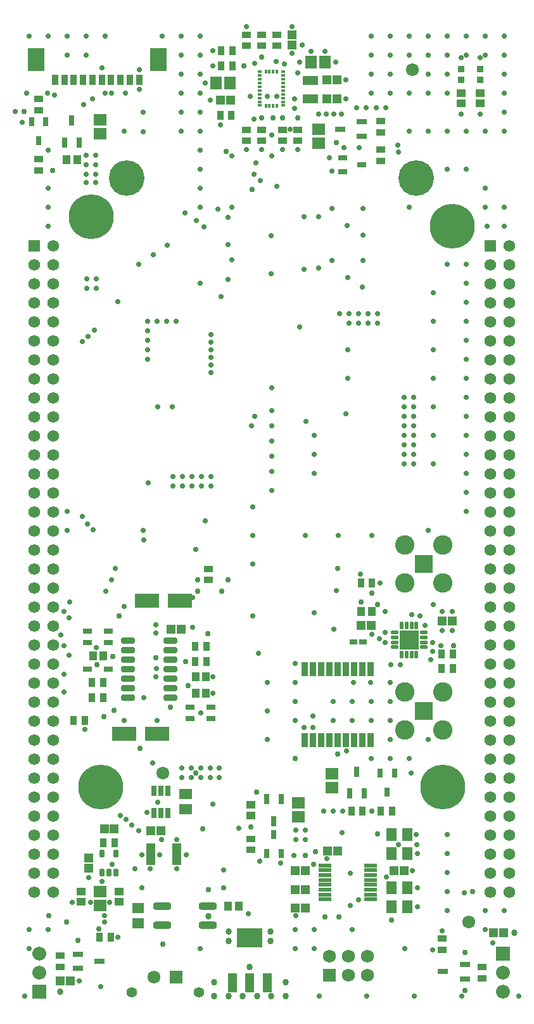
<source format=gts>
G04*
G04 #@! TF.GenerationSoftware,Altium Limited,DefaultClient, ()*
G04*
G04 Layer_Color=8388736*
%FSLAX44Y44*%
%MOMM*%
G71*
G04*
G04 #@! TF.SameCoordinates,8DA877EA-5960-4089-89AF-F9EF2ED2926F*
G04*
G04*
G04 #@! TF.FilePolarity,Negative*
G04*
G01*
G75*
%ADD56R,0.5250X0.4000*%
%ADD57R,0.5250X0.4000*%
%ADD58R,0.3000X0.5250*%
%ADD59R,0.3000X0.5250*%
%ADD60R,1.1524X2.5024*%
%ADD61R,3.4024X2.5024*%
%ADD62R,1.2024X1.2024*%
%ADD63R,0.9524X1.4524*%
%ADD64R,2.2524X3.1524*%
G04:AMPARAMS|DCode=65|XSize=0.4524mm|YSize=1.0524mm|CornerRadius=0.1512mm|HoleSize=0mm|Usage=FLASHONLY|Rotation=0.000|XOffset=0mm|YOffset=0mm|HoleType=Round|Shape=RoundedRectangle|*
%AMROUNDEDRECTD65*
21,1,0.4524,0.7500,0,0,0.0*
21,1,0.1500,1.0524,0,0,0.0*
1,1,0.3024,0.0750,-0.3750*
1,1,0.3024,-0.0750,-0.3750*
1,1,0.3024,-0.0750,0.3750*
1,1,0.3024,0.0750,0.3750*
%
%ADD65ROUNDEDRECTD65*%
G04:AMPARAMS|DCode=66|XSize=0.4524mm|YSize=1.0524mm|CornerRadius=0.1512mm|HoleSize=0mm|Usage=FLASHONLY|Rotation=270.000|XOffset=0mm|YOffset=0mm|HoleType=Round|Shape=RoundedRectangle|*
%AMROUNDEDRECTD66*
21,1,0.4524,0.7500,0,0,270.0*
21,1,0.1500,1.0524,0,0,270.0*
1,1,0.3024,-0.3750,-0.0750*
1,1,0.3024,-0.3750,0.0750*
1,1,0.3024,0.3750,0.0750*
1,1,0.3024,0.3750,-0.0750*
%
%ADD66ROUNDEDRECTD66*%
%ADD67R,2.5524X2.5524*%
%ADD68R,0.5750X0.4500*%
%ADD69R,0.3500X0.5750*%
%ADD70R,1.0024X0.8024*%
%ADD71C,0.7524*%
%ADD72R,1.1524X0.9524*%
G04:AMPARAMS|DCode=73|XSize=0.5524mm|YSize=1.7524mm|CornerRadius=0.1202mm|HoleSize=0mm|Usage=FLASHONLY|Rotation=90.000|XOffset=0mm|YOffset=0mm|HoleType=Round|Shape=RoundedRectangle|*
%AMROUNDEDRECTD73*
21,1,0.5524,1.5120,0,0,90.0*
21,1,0.3120,1.7524,0,0,90.0*
1,1,0.2404,0.7560,0.1560*
1,1,0.2404,0.7560,-0.1560*
1,1,0.2404,-0.7560,-0.1560*
1,1,0.2404,-0.7560,0.1560*
%
%ADD73ROUNDEDRECTD73*%
%ADD74R,0.9524X1.1524*%
%ADD75R,1.2024X1.0524*%
%ADD76R,1.6524X1.6024*%
%ADD77R,0.9524X1.9524*%
%ADD78R,0.8524X1.9524*%
%ADD79R,1.0524X1.2024*%
%ADD80R,0.8024X1.3024*%
%ADD81R,0.8024X1.3524*%
%ADD82R,1.3524X1.6524*%
%ADD83R,1.2024X0.7024*%
%ADD84R,3.2024X1.9524*%
%ADD85R,1.2024X1.2024*%
G04:AMPARAMS|DCode=86|XSize=0.7024mm|YSize=0.9524mm|CornerRadius=0.1257mm|HoleSize=0mm|Usage=FLASHONLY|Rotation=180.000|XOffset=0mm|YOffset=0mm|HoleType=Round|Shape=RoundedRectangle|*
%AMROUNDEDRECTD86*
21,1,0.7024,0.7010,0,0,180.0*
21,1,0.4510,0.9524,0,0,180.0*
1,1,0.2514,-0.2255,0.3505*
1,1,0.2514,0.2255,0.3505*
1,1,0.2514,0.2255,-0.3505*
1,1,0.2514,-0.2255,-0.3505*
%
%ADD86ROUNDEDRECTD86*%
%ADD87R,1.6024X1.3524*%
G04:AMPARAMS|DCode=88|XSize=0.9524mm|YSize=2.3684mm|CornerRadius=0.2762mm|HoleSize=0mm|Usage=FLASHONLY|Rotation=90.000|XOffset=0mm|YOffset=0mm|HoleType=Round|Shape=RoundedRectangle|*
%AMROUNDEDRECTD88*
21,1,0.9524,1.8160,0,0,90.0*
21,1,0.4000,2.3684,0,0,90.0*
1,1,0.5524,0.9080,0.2000*
1,1,0.5524,0.9080,-0.2000*
1,1,0.5524,-0.9080,-0.2000*
1,1,0.5524,-0.9080,0.2000*
%
%ADD88ROUNDEDRECTD88*%
G04:AMPARAMS|DCode=89|XSize=0.8024mm|YSize=1.8024mm|CornerRadius=0.125mm|HoleSize=0mm|Usage=FLASHONLY|Rotation=90.000|XOffset=0mm|YOffset=0mm|HoleType=Round|Shape=RoundedRectangle|*
%AMROUNDEDRECTD89*
21,1,0.8024,1.5525,0,0,90.0*
21,1,0.5525,1.8024,0,0,90.0*
1,1,0.2499,0.7763,0.2763*
1,1,0.2499,0.7763,-0.2763*
1,1,0.2499,-0.7763,-0.2763*
1,1,0.2499,-0.7763,0.2763*
%
%ADD89ROUNDEDRECTD89*%
%ADD90R,1.6524X1.3524*%
%ADD91R,1.3024X2.9524*%
%ADD92R,1.3024X0.8024*%
%ADD93R,1.3524X0.8024*%
%ADD94R,1.6024X1.6524*%
%ADD95R,2.0524X1.2524*%
%ADD96R,0.9524X0.9524*%
%ADD97O,1.8524X1.8524*%
%ADD98R,1.8524X1.8524*%
%ADD99C,2.6024*%
%ADD100R,2.4524X2.4524*%
%ADD101C,1.7224*%
%ADD102R,1.7224X1.7224*%
%ADD103C,1.4224*%
%ADD104R,1.5734X1.5734*%
%ADD105C,1.5734*%
%ADD106C,4.7524*%
%ADD107C,1.7524*%
%ADD108R,1.7524X1.7524*%
%ADD109C,5.9944*%
%ADD110C,0.8636*%
%ADD111C,0.7112*%
%ADD112C,0.6604*%
%ADD113C,0.7620*%
D56*
X212225Y955950D02*
D03*
Y945950D02*
D03*
Y935950D02*
D03*
Y930950D02*
D03*
Y920950D02*
D03*
Y910950D02*
D03*
X243475Y955950D02*
D03*
Y945950D02*
D03*
Y935950D02*
D03*
Y930950D02*
D03*
Y920950D02*
D03*
Y910950D02*
D03*
D57*
X212225Y950950D02*
D03*
Y940950D02*
D03*
Y925950D02*
D03*
Y915950D02*
D03*
X243475Y950950D02*
D03*
Y940950D02*
D03*
Y925950D02*
D03*
Y915950D02*
D03*
D58*
X235350Y956575D02*
D03*
X220350D02*
D03*
Y910325D02*
D03*
X235350D02*
D03*
D59*
X230350Y956575D02*
D03*
X225350D02*
D03*
Y910325D02*
D03*
X230350D02*
D03*
D60*
X176122Y-261390D02*
D03*
X199122D02*
D03*
X222122D02*
D03*
D61*
X199122Y-200890D02*
D03*
D62*
X4411Y-55357D02*
D03*
X17911D02*
D03*
X273450Y-111760D02*
D03*
X259950D02*
D03*
X524630Y-194310D02*
D03*
X538130D02*
D03*
X-40990Y-259080D02*
D03*
X-54490D02*
D03*
X361600Y215900D02*
D03*
X348100D02*
D03*
X107080Y210820D02*
D03*
X93580D02*
D03*
X273450Y-161290D02*
D03*
X259950D02*
D03*
X273450Y-136398D02*
D03*
X259950D02*
D03*
X316630Y-85090D02*
D03*
X303130D02*
D03*
X66910Y-57900D02*
D03*
X80410D02*
D03*
X160140Y918210D02*
D03*
X173640D02*
D03*
X315880Y919480D02*
D03*
X302380D02*
D03*
X315880Y944880D02*
D03*
X302380D02*
D03*
X405530Y-111760D02*
D03*
X392030D02*
D03*
X469550Y222250D02*
D03*
X456050D02*
D03*
D63*
X1170Y945160D02*
D03*
X-11330D02*
D03*
X-23830D02*
D03*
X-36330D02*
D03*
X-48830D02*
D03*
X-61330D02*
D03*
X13670D02*
D03*
X26170D02*
D03*
X38670D02*
D03*
X51170D02*
D03*
D64*
X-86830Y972660D02*
D03*
X76670D02*
D03*
D65*
X421750Y216100D02*
D03*
X415250D02*
D03*
X408750D02*
D03*
X402250D02*
D03*
Y177600D02*
D03*
X408750D02*
D03*
X415250D02*
D03*
X421750D02*
D03*
D66*
X392750Y206600D02*
D03*
Y200100D02*
D03*
Y193600D02*
D03*
Y187100D02*
D03*
X431250D02*
D03*
Y193600D02*
D03*
Y200100D02*
D03*
Y206600D02*
D03*
D67*
X412000Y196850D02*
D03*
D68*
X212225Y955950D02*
D03*
Y950950D02*
D03*
Y945950D02*
D03*
Y940950D02*
D03*
Y935950D02*
D03*
Y930950D02*
D03*
Y925950D02*
D03*
Y920950D02*
D03*
Y915950D02*
D03*
Y910950D02*
D03*
X243475D02*
D03*
Y915950D02*
D03*
Y920950D02*
D03*
Y925950D02*
D03*
Y930950D02*
D03*
Y935950D02*
D03*
Y940950D02*
D03*
Y945950D02*
D03*
Y950950D02*
D03*
Y955950D02*
D03*
D69*
X235350Y956575D02*
D03*
X230350D02*
D03*
X225350D02*
D03*
X220350D02*
D03*
Y910325D02*
D03*
X225350D02*
D03*
X230350D02*
D03*
X235350D02*
D03*
D70*
X350420Y194310D02*
D03*
X337920D02*
D03*
D71*
X287020Y-86106D02*
D03*
X-30480Y-204470D02*
D03*
X486410Y-271780D02*
D03*
Y-220980D02*
D03*
X201930Y798830D02*
D03*
X496570Y-139700D02*
D03*
X314960Y861060D02*
D03*
X361950Y-31750D02*
D03*
X-64770Y824230D02*
D03*
X200660Y-53340D02*
D03*
X273050Y-91440D02*
D03*
X113030Y167640D02*
D03*
X116840Y135890D02*
D03*
X143256Y204978D02*
D03*
X16256Y174752D02*
D03*
X24130Y228600D02*
D03*
X3810Y93980D02*
D03*
X135890Y-55880D02*
D03*
X167640Y849630D02*
D03*
X361950Y259080D02*
D03*
X347980Y247904D02*
D03*
X369570Y-62230D02*
D03*
X388620Y-177800D02*
D03*
X299720Y-173228D02*
D03*
X318262D02*
D03*
X-69850Y-171450D02*
D03*
X-45720Y-180340D02*
D03*
X127000Y19050D02*
D03*
X82550Y-209550D02*
D03*
X191020Y963930D02*
D03*
X215150Y975360D02*
D03*
Y894080D02*
D03*
X230390D02*
D03*
X243090D02*
D03*
X263410D02*
D03*
X259600Y38100D02*
D03*
X-102870Y902970D02*
D03*
D72*
X143510Y291980D02*
D03*
Y276980D02*
D03*
X-83566Y919868D02*
D03*
Y904868D02*
D03*
X214630Y863720D02*
D03*
Y878720D02*
D03*
X200660Y-83700D02*
D03*
Y-68700D02*
D03*
X509790Y-255150D02*
D03*
Y-240150D02*
D03*
X456450Y-202050D02*
D03*
Y-217050D02*
D03*
X-54090Y-224910D02*
D03*
Y-239910D02*
D03*
X-83300Y839350D02*
D03*
Y824350D02*
D03*
X235470Y990720D02*
D03*
Y1005720D02*
D03*
X373900Y875150D02*
D03*
Y890150D02*
D03*
Y837050D02*
D03*
Y852050D02*
D03*
X194310Y863720D02*
D03*
Y878720D02*
D03*
X215150Y990720D02*
D03*
Y1005720D02*
D03*
X242570Y878720D02*
D03*
Y863720D02*
D03*
X262890Y878720D02*
D03*
Y863720D02*
D03*
X194830Y1005720D02*
D03*
Y990720D02*
D03*
D73*
X360700Y-149750D02*
D03*
Y-143250D02*
D03*
Y-136750D02*
D03*
Y-130250D02*
D03*
Y-123750D02*
D03*
Y-117250D02*
D03*
Y-110750D02*
D03*
Y-104250D02*
D03*
X299700Y-149750D02*
D03*
Y-143250D02*
D03*
Y-136750D02*
D03*
Y-130250D02*
D03*
Y-123750D02*
D03*
Y-117250D02*
D03*
Y-110750D02*
D03*
Y-104250D02*
D03*
D74*
X-21710Y88900D02*
D03*
X-36710D02*
D03*
X18276Y-73834D02*
D03*
X3276D02*
D03*
X3063Y119380D02*
D03*
X-11938D02*
D03*
Y139700D02*
D03*
X3063D02*
D03*
X125850Y187960D02*
D03*
X140850D02*
D03*
X125850Y167640D02*
D03*
X140850D02*
D03*
X13100Y-200660D02*
D03*
X-1900D02*
D03*
X373900Y-31750D02*
D03*
X388900D02*
D03*
X347350Y273050D02*
D03*
X362350D02*
D03*
X160540Y984250D02*
D03*
X175540D02*
D03*
X174390Y897890D02*
D03*
X159390D02*
D03*
X175660Y963930D02*
D03*
X160660D02*
D03*
X349650Y-31750D02*
D03*
X334650D02*
D03*
X455300Y158750D02*
D03*
X470300D02*
D03*
X470300Y177800D02*
D03*
X455300D02*
D03*
D75*
X-26150Y-153050D02*
D03*
Y-139050D02*
D03*
X24650D02*
D03*
Y-153050D02*
D03*
X200660Y-23480D02*
D03*
Y-37480D02*
D03*
X506730Y927750D02*
D03*
Y913750D02*
D03*
X481330Y927750D02*
D03*
Y913750D02*
D03*
D76*
X-1270Y-157840D02*
D03*
Y-139340D02*
D03*
Y891900D02*
D03*
Y873400D02*
D03*
X264160Y-21230D02*
D03*
Y-39730D02*
D03*
X290830Y860700D02*
D03*
Y879200D02*
D03*
X309130Y-360D02*
D03*
Y18140D02*
D03*
D77*
X327230Y157990D02*
D03*
X338230D02*
D03*
X349230D02*
D03*
X316230D02*
D03*
X349230Y62990D02*
D03*
X338230D02*
D03*
X327230D02*
D03*
X283230D02*
D03*
X294230D02*
D03*
X305230D02*
D03*
X316230D02*
D03*
X283230Y157990D02*
D03*
X294230D02*
D03*
X305230D02*
D03*
D78*
X360230D02*
D03*
Y62990D02*
D03*
X272230D02*
D03*
Y157990D02*
D03*
D79*
X170050Y-158750D02*
D03*
X184050D02*
D03*
X126350Y147320D02*
D03*
X140350D02*
D03*
X126350Y125730D02*
D03*
X140350D02*
D03*
X-10810Y175260D02*
D03*
X3190D02*
D03*
X361850Y234950D02*
D03*
X347850D02*
D03*
X-31850Y838200D02*
D03*
X-45850D02*
D03*
D80*
X221640Y-88950D02*
D03*
X240640D02*
D03*
X231140Y-63450D02*
D03*
X-73800Y889050D02*
D03*
X-92800D02*
D03*
X-83300Y863550D02*
D03*
X392290Y19100D02*
D03*
X373290D02*
D03*
X382790Y-6400D02*
D03*
D81*
X231140Y-44980D02*
D03*
X221640Y-15980D02*
D03*
X240640D02*
D03*
X70510Y-5050D02*
D03*
X80010D02*
D03*
X89510D02*
D03*
Y-34550D02*
D03*
X80010D02*
D03*
X70510D02*
D03*
X-38850Y890800D02*
D03*
X-29350Y861800D02*
D03*
X-48350D02*
D03*
X342150Y20850D02*
D03*
X351650Y-8150D02*
D03*
X332650D02*
D03*
D82*
X388280Y-63500D02*
D03*
X409280D02*
D03*
Y-88900D02*
D03*
X388280D02*
D03*
Y-134620D02*
D03*
X409280D02*
D03*
Y-160020D02*
D03*
X388280D02*
D03*
D83*
X-17810Y157480D02*
D03*
X10190D02*
D03*
X147350Y106680D02*
D03*
X119350D02*
D03*
Y91440D02*
D03*
X147350D02*
D03*
X-17810Y193040D02*
D03*
X10190D02*
D03*
X-17810Y208280D02*
D03*
X10190D02*
D03*
D84*
X105820Y248920D02*
D03*
X61820D02*
D03*
X75340Y71120D02*
D03*
X31340D02*
D03*
D85*
X-16510Y-94850D02*
D03*
Y-108350D02*
D03*
X255790Y1004970D02*
D03*
Y991470D02*
D03*
D86*
X1180Y-88850D02*
D03*
X20180D02*
D03*
Y-114350D02*
D03*
X10680D02*
D03*
X1180D02*
D03*
D87*
X50050Y-161450D02*
D03*
Y-181450D02*
D03*
D88*
X143050Y-184150D02*
D03*
Y-158750D02*
D03*
X81800D02*
D03*
X81800Y-184150D02*
D03*
D89*
X93020Y119380D02*
D03*
Y132080D02*
D03*
Y144780D02*
D03*
Y157480D02*
D03*
Y170180D02*
D03*
Y182880D02*
D03*
Y195580D02*
D03*
X36520Y119380D02*
D03*
Y132080D02*
D03*
Y144780D02*
D03*
Y157480D02*
D03*
Y170180D02*
D03*
Y182880D02*
D03*
Y195580D02*
D03*
D90*
X113030Y-8550D02*
D03*
Y-29550D02*
D03*
D91*
X66570Y-89650D02*
D03*
X101070D02*
D03*
D92*
X323050Y841350D02*
D03*
Y822350D02*
D03*
X348550Y831850D02*
D03*
D93*
X319500Y879450D02*
D03*
X348500Y888950D02*
D03*
Y869950D02*
D03*
X486190Y-255880D02*
D03*
Y-236880D02*
D03*
X457190Y-246380D02*
D03*
X-31020Y-222910D02*
D03*
Y-241910D02*
D03*
X-2020Y-232410D02*
D03*
D94*
X153830Y941070D02*
D03*
X172330D02*
D03*
X299330Y969010D02*
D03*
X280830D02*
D03*
D95*
X279920Y944680D02*
D03*
Y919680D02*
D03*
D96*
X506730Y945000D02*
D03*
Y960000D02*
D03*
X481330D02*
D03*
Y945000D02*
D03*
D97*
X-82030Y-222250D02*
D03*
Y-247650D02*
D03*
X537730Y-273050D02*
D03*
Y-247650D02*
D03*
D98*
X-82030Y-273050D02*
D03*
X537730Y-222250D02*
D03*
D99*
X406400Y323850D02*
D03*
X457200D02*
D03*
X406400Y273050D02*
D03*
X457200D02*
D03*
Y76200D02*
D03*
X406400D02*
D03*
X457200Y127000D02*
D03*
X406400D02*
D03*
D100*
X431800Y298450D02*
D03*
Y101600D02*
D03*
D101*
X416560Y958850D02*
D03*
X491490Y-180340D02*
D03*
X70850Y-254000D02*
D03*
X82550Y19050D02*
D03*
D102*
X100850Y-254000D02*
D03*
D103*
X130850Y-273600D02*
D03*
X40850D02*
D03*
D104*
X-88900Y723700D02*
D03*
X520700Y723700D02*
D03*
D105*
X-63500Y723700D02*
D03*
X-88900Y698300D02*
D03*
X-63500D02*
D03*
X-88900Y672900D02*
D03*
X-63500D02*
D03*
X-88900Y647500D02*
D03*
X-63500D02*
D03*
X-88900Y622100D02*
D03*
X-63500D02*
D03*
X-88900Y596700D02*
D03*
X-63500D02*
D03*
X-88900Y571300D02*
D03*
X-63500D02*
D03*
X-88900Y545900D02*
D03*
X-63500D02*
D03*
X-88900Y520500D02*
D03*
X-63500D02*
D03*
X-88900Y495100D02*
D03*
X-63500D02*
D03*
X-88900Y469700D02*
D03*
X-63500D02*
D03*
X-88900Y444300D02*
D03*
X-63500D02*
D03*
X-88900Y418900D02*
D03*
X-63500D02*
D03*
X-88900Y393500D02*
D03*
X-63500D02*
D03*
X-88900Y368100D02*
D03*
X-63500D02*
D03*
X-88900Y342700D02*
D03*
X-63500D02*
D03*
X-88900Y317300D02*
D03*
X-63500D02*
D03*
X-88900Y291900D02*
D03*
X-63500D02*
D03*
X-88900Y266500D02*
D03*
X-63500D02*
D03*
X-88900Y241100D02*
D03*
X-63500D02*
D03*
X-88900Y215700D02*
D03*
X-63500D02*
D03*
X-88900Y190300D02*
D03*
X-63500D02*
D03*
X-88900Y164900D02*
D03*
X-63500D02*
D03*
X-88900Y139500D02*
D03*
X-63500D02*
D03*
X-88900Y114100D02*
D03*
X-63500D02*
D03*
X-88900Y88700D02*
D03*
X-63500D02*
D03*
X-88900Y63300D02*
D03*
X-63500D02*
D03*
X-88900Y37900D02*
D03*
X-63500D02*
D03*
X-88900Y12500D02*
D03*
X-63500D02*
D03*
X-88900Y-12900D02*
D03*
X-63500D02*
D03*
X-88900Y-38300D02*
D03*
X-63500D02*
D03*
X-88900Y-63700D02*
D03*
X-63500D02*
D03*
X-88900Y-89100D02*
D03*
X-63500D02*
D03*
X-88900Y-114500D02*
D03*
X-63500D02*
D03*
X-88900Y-139900D02*
D03*
X-63500D02*
D03*
X546100Y723700D02*
D03*
X520700Y698300D02*
D03*
X546100D02*
D03*
X520700Y672900D02*
D03*
X546100D02*
D03*
X520700Y647500D02*
D03*
X546100D02*
D03*
X520700Y622100D02*
D03*
X546100D02*
D03*
X520700Y596700D02*
D03*
X546100D02*
D03*
X520700Y571300D02*
D03*
X546100D02*
D03*
X520700Y545900D02*
D03*
X546100D02*
D03*
X520700Y520500D02*
D03*
X546100D02*
D03*
X520700Y495100D02*
D03*
X546100D02*
D03*
X520700Y469700D02*
D03*
X546100D02*
D03*
X520700Y444300D02*
D03*
X546100D02*
D03*
X520700Y418900D02*
D03*
X546100D02*
D03*
X520700Y393500D02*
D03*
X546100D02*
D03*
X520700Y368100D02*
D03*
X546100D02*
D03*
X520700Y342700D02*
D03*
X546100D02*
D03*
X520700Y317300D02*
D03*
X546100D02*
D03*
X520700Y291900D02*
D03*
X546100D02*
D03*
X520700Y266500D02*
D03*
X546100D02*
D03*
X520700Y241100D02*
D03*
X546100D02*
D03*
X520700Y215700D02*
D03*
X546100D02*
D03*
X520700Y190300D02*
D03*
X546100D02*
D03*
X520700Y164900D02*
D03*
X546100D02*
D03*
X520700Y139500D02*
D03*
X546100D02*
D03*
X520700Y114100D02*
D03*
X546100D02*
D03*
X520700Y88700D02*
D03*
X546100D02*
D03*
X520700Y63300D02*
D03*
X546100D02*
D03*
X520700Y37900D02*
D03*
X546100D02*
D03*
X520700Y12500D02*
D03*
X546100D02*
D03*
X520700Y-12900D02*
D03*
X546100D02*
D03*
X520700Y-38300D02*
D03*
X546100D02*
D03*
X520700Y-63700D02*
D03*
X546100D02*
D03*
X520700Y-89100D02*
D03*
X546100D02*
D03*
X520700Y-114500D02*
D03*
X546100D02*
D03*
X520700Y-139900D02*
D03*
X546100D02*
D03*
D106*
X421600Y814320D02*
D03*
X34600D02*
D03*
D107*
X356120Y-226060D02*
D03*
Y-251460D02*
D03*
X330720Y-226060D02*
D03*
Y-251460D02*
D03*
X305320Y-226060D02*
D03*
D108*
Y-251460D02*
D03*
D109*
X-12739Y761980D02*
D03*
X0Y0D02*
D03*
X457200D02*
D03*
X469859Y749279D02*
D03*
D110*
X552572Y-194039D02*
D03*
X143510Y-172720D02*
D03*
X-54090Y-273050D02*
D03*
X189750Y-279400D02*
D03*
X170700D02*
D03*
X151650Y-260350D02*
D03*
Y-279400D02*
D03*
X246900D02*
D03*
X227850D02*
D03*
X208800D02*
D03*
X246900Y-260350D02*
D03*
X170700Y-205740D02*
D03*
X226580D02*
D03*
Y-193040D02*
D03*
X170700D02*
D03*
X198640Y-240030D02*
D03*
D111*
X32584Y927100D02*
D03*
X56178Y876078D02*
D03*
X-11430Y919480D02*
D03*
X-22860Y911860D02*
D03*
X13970Y927100D02*
D03*
X-62230Y924560D02*
D03*
X1270Y961390D02*
D03*
X56400Y901700D02*
D03*
X5600Y927100D02*
D03*
X-99314D02*
D03*
X-70976Y927476D02*
D03*
X31000Y876300D02*
D03*
X283210Y95250D02*
D03*
X397251Y858111D02*
D03*
X412000Y774700D02*
D03*
X513600D02*
D03*
X516140Y749300D02*
D03*
X61430Y-33325D02*
D03*
X68805Y32795D02*
D03*
X50800Y698500D02*
D03*
X25698Y-37353D02*
D03*
X33528Y-43180D02*
D03*
X506521Y974840D02*
D03*
X481121D02*
D03*
X262795Y954232D02*
D03*
X333074Y-115184D02*
D03*
X422448Y-76454D02*
D03*
X397972D02*
D03*
X381254Y-120142D02*
D03*
X322580Y-60198D02*
D03*
X273050Y-69850D02*
D03*
X139700Y355600D02*
D03*
X127000Y317500D02*
D03*
X95250Y508000D02*
D03*
X76200D02*
D03*
X539000Y1003300D02*
D03*
Y977900D02*
D03*
Y952500D02*
D03*
Y927100D02*
D03*
Y901700D02*
D03*
Y876300D02*
D03*
Y774700D02*
D03*
Y749300D02*
D03*
Y-165100D02*
D03*
X513600Y1003300D02*
D03*
Y977900D02*
D03*
Y876300D02*
D03*
Y800100D02*
D03*
Y-165100D02*
D03*
Y-190500D02*
D03*
X488200Y1003300D02*
D03*
Y977900D02*
D03*
Y876300D02*
D03*
Y825500D02*
D03*
Y698500D02*
D03*
Y673100D02*
D03*
Y647700D02*
D03*
Y622300D02*
D03*
Y596900D02*
D03*
Y571500D02*
D03*
Y546100D02*
D03*
Y520700D02*
D03*
Y495300D02*
D03*
Y469900D02*
D03*
Y444500D02*
D03*
Y419100D02*
D03*
Y393700D02*
D03*
Y368300D02*
D03*
X462800Y1003300D02*
D03*
Y977900D02*
D03*
Y952500D02*
D03*
Y927100D02*
D03*
Y876300D02*
D03*
Y825500D02*
D03*
Y698500D02*
D03*
Y-63500D02*
D03*
Y-88900D02*
D03*
Y-114300D02*
D03*
Y-139700D02*
D03*
Y-165100D02*
D03*
X437400Y1003300D02*
D03*
Y977900D02*
D03*
Y952500D02*
D03*
Y927100D02*
D03*
Y876300D02*
D03*
Y342900D02*
D03*
Y63500D02*
D03*
X412000Y1003300D02*
D03*
Y977900D02*
D03*
Y927100D02*
D03*
Y876300D02*
D03*
Y38100D02*
D03*
X386600Y1003300D02*
D03*
Y977900D02*
D03*
Y952500D02*
D03*
Y927100D02*
D03*
Y139700D02*
D03*
Y114300D02*
D03*
Y88900D02*
D03*
Y63500D02*
D03*
Y38100D02*
D03*
X361200Y1003300D02*
D03*
Y977900D02*
D03*
Y952500D02*
D03*
Y927100D02*
D03*
Y114300D02*
D03*
Y88900D02*
D03*
Y38100D02*
D03*
X335800Y114300D02*
D03*
Y88900D02*
D03*
Y-190500D02*
D03*
X310400Y114300D02*
D03*
Y88900D02*
D03*
X285000Y469900D02*
D03*
Y444500D02*
D03*
Y419100D02*
D03*
Y-190500D02*
D03*
Y-215900D02*
D03*
X259600Y165100D02*
D03*
Y139700D02*
D03*
Y114300D02*
D03*
Y88900D02*
D03*
Y-190500D02*
D03*
Y-215900D02*
D03*
X132600Y1003300D02*
D03*
Y977900D02*
D03*
Y952500D02*
D03*
Y927100D02*
D03*
Y901700D02*
D03*
Y876300D02*
D03*
Y850900D02*
D03*
Y825500D02*
D03*
Y800100D02*
D03*
Y774700D02*
D03*
Y673100D02*
D03*
Y-215900D02*
D03*
X107200Y1003300D02*
D03*
Y977900D02*
D03*
Y952500D02*
D03*
Y927100D02*
D03*
Y901700D02*
D03*
Y876300D02*
D03*
X81800Y1003300D02*
D03*
X56400Y342900D02*
D03*
X31000Y241300D02*
D03*
Y88900D02*
D03*
X5600Y1003300D02*
D03*
X-19800D02*
D03*
Y977900D02*
D03*
X-45200Y1003300D02*
D03*
Y977900D02*
D03*
Y368300D02*
D03*
Y342900D02*
D03*
X-70600Y1003300D02*
D03*
Y850900D02*
D03*
Y800100D02*
D03*
Y774700D02*
D03*
Y749300D02*
D03*
Y-190500D02*
D03*
X-96000Y1003300D02*
D03*
Y-190500D02*
D03*
Y-215900D02*
D03*
X379730Y193040D02*
D03*
X372110Y198120D02*
D03*
X400050Y163830D02*
D03*
X387350D02*
D03*
X443230Y193040D02*
D03*
Y181610D02*
D03*
X440690Y170180D02*
D03*
X444500Y243840D02*
D03*
X379730Y234950D02*
D03*
X325120Y854710D02*
D03*
X345440D02*
D03*
X234950Y802640D02*
D03*
X175260Y843280D02*
D03*
X199390Y923290D02*
D03*
X228600Y843280D02*
D03*
X207010Y834390D02*
D03*
X228600Y871220D02*
D03*
X204470Y892810D02*
D03*
X234950Y923290D02*
D03*
X222250D02*
D03*
X259080Y906780D02*
D03*
Y919480D02*
D03*
X205893Y967345D02*
D03*
X22860Y648970D02*
D03*
X406400Y-215900D02*
D03*
X292100Y-279400D02*
D03*
X355600D02*
D03*
X419100D02*
D03*
X482600D02*
D03*
X558800D02*
D03*
X-101600D02*
D03*
X0Y-266700D02*
D03*
X-49530Y127000D02*
D03*
Y151130D02*
D03*
X-49432Y189533D02*
D03*
X-49530Y234950D02*
D03*
X-41910Y247650D02*
D03*
X19050Y292100D02*
D03*
X57150Y330200D02*
D03*
X63500Y406400D02*
D03*
X330200Y546100D02*
D03*
Y584200D02*
D03*
X444500Y431800D02*
D03*
Y469900D02*
D03*
Y508000D02*
D03*
Y546100D02*
D03*
Y584200D02*
D03*
Y622300D02*
D03*
Y660400D02*
D03*
X222250Y63500D02*
D03*
Y101600D02*
D03*
Y139700D02*
D03*
X361950Y336550D02*
D03*
X317500D02*
D03*
X273050D02*
D03*
X203200D02*
D03*
Y228600D02*
D03*
Y374650D02*
D03*
Y298450D02*
D03*
X69850Y711200D02*
D03*
X88900Y723900D02*
D03*
X112776Y767588D02*
D03*
X6289Y261681D02*
D03*
X147259Y402651D02*
D03*
X-42608Y176340D02*
D03*
X137801Y749167D02*
D03*
X128016Y757301D02*
D03*
X-19050Y666750D02*
D03*
Y679450D02*
D03*
X-21590Y77470D02*
D03*
X161036Y655320D02*
D03*
X397510Y848868D02*
D03*
X-6350Y186690D02*
D03*
X210820Y179070D02*
D03*
X205740Y495300D02*
D03*
X255270Y980440D02*
D03*
X234603Y969933D02*
D03*
X-6350Y666750D02*
D03*
Y679450D02*
D03*
X-8890Y610870D02*
D03*
X-16764Y602617D02*
D03*
X76200Y-20320D02*
D03*
X41656Y-50800D02*
D03*
X415798Y230886D02*
D03*
X-114300Y902970D02*
D03*
X260350Y-171450D02*
D03*
X149860Y-22860D02*
D03*
X328930Y750570D02*
D03*
X330200Y680720D02*
D03*
X349250Y668020D02*
D03*
X350520Y737870D02*
D03*
X265430Y614680D02*
D03*
X327660Y499110D02*
D03*
X274320Y488950D02*
D03*
X174752Y774700D02*
D03*
Y704850D02*
D03*
X170180Y678180D02*
D03*
X200914Y482600D02*
D03*
X122780Y213770D02*
D03*
X73660Y147320D02*
D03*
X74176Y158361D02*
D03*
X13970Y276860D02*
D03*
X163830Y-134620D02*
D03*
Y-110490D02*
D03*
X157734Y12700D02*
D03*
Y25400D02*
D03*
X133350D02*
D03*
Y12700D02*
D03*
X107950Y25400D02*
D03*
X120650D02*
D03*
Y12700D02*
D03*
X107950D02*
D03*
X54610Y-134620D02*
D03*
X146050Y25400D02*
D03*
Y12700D02*
D03*
X133350Y99060D02*
D03*
X57150Y119380D02*
D03*
X45720Y-109220D02*
D03*
X323100Y-31750D02*
D03*
X310400D02*
D03*
X297700D02*
D03*
X212090Y-99060D02*
D03*
X184150Y-54610D02*
D03*
X443230Y-217170D02*
D03*
X122492Y253428D02*
D03*
X73660Y205740D02*
D03*
Y217170D02*
D03*
X-24384Y595630D02*
D03*
X-17780Y351790D02*
D03*
X-24384Y361950D02*
D03*
X-10160Y343779D02*
D03*
X-29210Y-259080D02*
D03*
X22860Y-200660D02*
D03*
X11430Y-153670D02*
D03*
X-13970D02*
D03*
X-38100D02*
D03*
X196850Y-168910D02*
D03*
X524206Y-208006D02*
D03*
X455930Y-191770D02*
D03*
X422910Y-160020D02*
D03*
X421640Y-63500D02*
D03*
X240030Y-101600D02*
D03*
X284480Y-102870D02*
D03*
X302260Y-95250D02*
D03*
X81280Y-69850D02*
D03*
X114300Y-90170D02*
D03*
X101600Y-69850D02*
D03*
Y-109220D02*
D03*
X15240Y-102870D02*
D03*
X-16510Y-120650D02*
D03*
X149860Y147320D02*
D03*
Y125730D02*
D03*
X74930Y88900D02*
D03*
X228600Y396240D02*
D03*
Y421640D02*
D03*
Y441960D02*
D03*
Y462280D02*
D03*
Y482600D02*
D03*
Y533400D02*
D03*
Y502920D02*
D03*
X227330Y736600D02*
D03*
X213360Y810260D02*
D03*
X227330Y685800D02*
D03*
X147320Y594360D02*
D03*
Y574040D02*
D03*
Y553720D02*
D03*
Y563880D02*
D03*
Y584200D02*
D03*
Y604520D02*
D03*
X290830Y693420D02*
D03*
Y762000D02*
D03*
X350520Y703580D02*
D03*
X308610D02*
D03*
Y773430D02*
D03*
X350520D02*
D03*
X271780Y692150D02*
D03*
X245110Y966470D02*
D03*
X308610Y822960D02*
D03*
X146050Y918210D02*
D03*
X139700Y941070D02*
D03*
X194310Y852170D02*
D03*
X327660Y919480D02*
D03*
Y944880D02*
D03*
X299720Y982980D02*
D03*
X313690Y969010D02*
D03*
X255270Y1016000D02*
D03*
X194310D02*
D03*
X149860Y984250D02*
D03*
X51170Y932180D02*
D03*
Y958850D02*
D03*
X-105226Y888817D02*
D03*
X481330Y899239D02*
D03*
X506730Y899160D02*
D03*
X-53340Y203200D02*
D03*
X257810Y-91440D02*
D03*
X1270Y-125730D02*
D03*
X271780Y762000D02*
D03*
X262890Y852170D02*
D03*
X242570D02*
D03*
X169672Y725170D02*
D03*
X169926Y761746D02*
D03*
X156210Y772160D02*
D03*
X344424Y-150114D02*
D03*
X333580Y-157734D02*
D03*
X5080Y-179832D02*
D03*
Y-171704D02*
D03*
X252904Y878840D02*
D03*
X204470Y819150D02*
D03*
X305816Y841502D02*
D03*
X415036Y19304D02*
D03*
X283210Y80010D02*
D03*
X50800Y-57658D02*
D03*
X-15580Y-92902D02*
D03*
X485394Y-141224D02*
D03*
X-42164Y226822D02*
D03*
X160020Y885190D02*
D03*
X290830Y899327D02*
D03*
X300990D02*
D03*
X311150D02*
D03*
X321310D02*
D03*
X214630Y852170D02*
D03*
X265430Y969010D02*
D03*
X280670Y982980D02*
D03*
X269240Y991870D02*
D03*
X149860Y963930D02*
D03*
X379790Y207070D02*
D03*
X361950Y204470D02*
D03*
X271840Y80070D02*
D03*
X360680Y139700D02*
D03*
X337820D02*
D03*
X311150Y210820D02*
D03*
X284734Y233426D02*
D03*
X314960Y262890D02*
D03*
X316230Y292100D02*
D03*
X426720Y228600D02*
D03*
X433070Y215900D02*
D03*
X373380Y273050D02*
D03*
X346710Y284480D02*
D03*
X454660Y189230D02*
D03*
X469900Y209550D02*
D03*
Y234950D02*
D03*
X455930D02*
D03*
Y209550D02*
D03*
X416560Y-111760D02*
D03*
X422910Y-134620D02*
D03*
Y-88900D02*
D03*
X260350Y-69850D02*
D03*
X273050Y-57150D02*
D03*
X260350D02*
D03*
X96520Y402590D02*
D03*
Y415290D02*
D03*
X331470Y619760D02*
D03*
X318770Y632460D02*
D03*
X331470D02*
D03*
X344170D02*
D03*
Y619760D02*
D03*
X356870D02*
D03*
Y632460D02*
D03*
X369570Y619760D02*
D03*
Y632460D02*
D03*
X109220Y415290D02*
D03*
X121920D02*
D03*
Y402590D02*
D03*
X109220D02*
D03*
X134620D02*
D03*
Y415290D02*
D03*
X147320D02*
D03*
X66040Y-109220D02*
D03*
X78740Y-90170D02*
D03*
X54610D02*
D03*
X380385Y907802D02*
D03*
X367685D02*
D03*
X354850Y908050D02*
D03*
X342150D02*
D03*
X328180Y48260D02*
D03*
X405650Y431800D02*
D03*
Y444500D02*
D03*
Y469900D02*
D03*
Y457200D02*
D03*
Y482600D02*
D03*
Y495300D02*
D03*
Y520700D02*
D03*
Y508000D02*
D03*
X418350Y431800D02*
D03*
Y444500D02*
D03*
Y469900D02*
D03*
Y457200D02*
D03*
Y508000D02*
D03*
Y520700D02*
D03*
Y495300D02*
D03*
Y482600D02*
D03*
X62750Y596900D02*
D03*
Y609600D02*
D03*
Y584200D02*
D03*
Y571500D02*
D03*
X100850Y622300D02*
D03*
X88150D02*
D03*
X62750D02*
D03*
X75450D02*
D03*
X-7100Y807720D02*
D03*
X-19800D02*
D03*
X-7100Y819150D02*
D03*
X-19800D02*
D03*
X-7100Y831850D02*
D03*
X-19800D02*
D03*
X-7100Y844550D02*
D03*
X-19800D02*
D03*
D112*
X417500Y202350D02*
D03*
Y191350D02*
D03*
X406500Y202350D02*
D03*
Y191350D02*
D03*
D113*
X169926Y276860D02*
D03*
X161290Y261620D02*
D03*
X129540D02*
D03*
Y276860D02*
D03*
X17780Y102870D02*
D03*
X73660Y172720D02*
D03*
X92710Y106680D02*
D03*
X-2540Y-189230D02*
D03*
X143510Y-137160D02*
D03*
X208280Y-6350D02*
D03*
X316230Y44450D02*
D03*
X52070Y52070D02*
D03*
X-5080Y163830D02*
D03*
X370052Y244385D02*
D03*
X471170Y189230D02*
D03*
M02*

</source>
